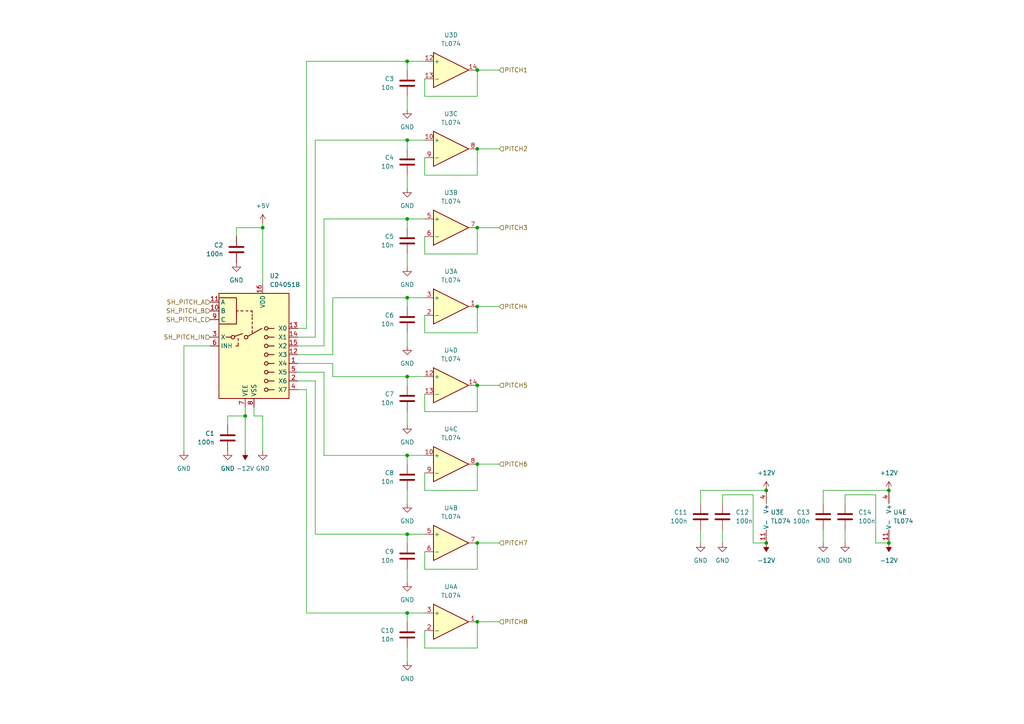
<source format=kicad_sch>
(kicad_sch (version 20230121) (generator eeschema)
  (paper "A4")
  (title_block (title "Polykit-X8 Mainboard") (date "2024-01-14") (rev "v0.0.2") (company "Jan Knipper") (comment 1 "github.com/polykit"))
  (lib_symbols
    (symbol "Amplifier_Operational:TL074" (pin_names (offset 0.127))
      (property "Reference" "U" (at 0 5.08 0))
      (property "Value" "TL074" (at 0 -5.08 0))
      (symbol "TL074_1_1"
        (polyline (pts (xy -5.08 5.08) (xy 5.08 0) (xy -5.08 -5.08) (xy -5.08 5.08)) (stroke (width 0.254)) (fill (type background)))
        (pin output line (at 7.62 0 180) (length 2.54) (name "~") (number "1"))
        (pin input line (at -7.62 -2.54 0) (length 2.54) (name "-") (number "2"))
        (pin input line (at -7.62 2.54 0) (length 2.54) (name "+") (number "3"))
      )
      (symbol "TL074_2_1"
        (polyline (pts (xy -5.08 5.08) (xy 5.08 0) (xy -5.08 -5.08) (xy -5.08 5.08)) (stroke (width 0.254)) (fill (type background)))
        (pin input line (at -7.62 2.54 0) (length 2.54) (name "+") (number "5"))
        (pin input line (at -7.62 -2.54 0) (length 2.54) (name "-") (number "6"))
        (pin output line (at 7.62 0 180) (length 2.54) (name "~") (number "7"))
      )
      (symbol "TL074_3_1"
        (polyline (pts (xy -5.08 5.08) (xy 5.08 0) (xy -5.08 -5.08) (xy -5.08 5.08)) (stroke (width 0.254)) (fill (type background)))
        (pin input line (at -7.62 2.54 0) (length 2.54) (name "+") (number "10"))
        (pin output line (at 7.62 0 180) (length 2.54) (name "~") (number "8"))
        (pin input line (at -7.62 -2.54 0) (length 2.54) (name "-") (number "9"))
      )
      (symbol "TL074_4_1"
        (polyline (pts (xy -5.08 5.08) (xy 5.08 0) (xy -5.08 -5.08) (xy -5.08 5.08)) (stroke (width 0.254)) (fill (type background)))
        (pin input line (at -7.62 2.54 0) (length 2.54) (name "+") (number "12"))
        (pin input line (at -7.62 -2.54 0) (length 2.54) (name "-") (number "13"))
        (pin output line (at 7.62 0 180) (length 2.54) (name "~") (number "14"))
      )
      (symbol "TL074_5_1"
        (pin power_in line (at -2.54 -7.62 90) (length 3.81) (name "V-") (number "11"))
        (pin power_in line (at -2.54 7.62 270) (length 3.81) (name "V+") (number "4"))
      )
    )
    (symbol "Analog_Switch:CD4051B"
      (property "Reference" "U" (at -10.16 16.51 0))
      (property "Value" "CD4051B" (at 3.81 16.51 0))
      (symbol "CD4051B_0_1"
        (rectangle (start -10.16 6.35) (end -5.08 13.97) (stroke (width 0.254)))
        (rectangle (start -10.16 15.24) (end 10.16 -15.24) (stroke (width 0.254)) (fill (type background)))
        (circle (center -6.096 2.54) (radius 0.508) (stroke (width 0.254)))
        (circle (center -2.286 2.54) (radius 0.508) (stroke (width 0.254)))
        (polyline (pts (xy -8.128 2.54) (xy -6.604 2.54)) (stroke (width 0.254)))
        (polyline (pts (xy -5.588 2.794) (xy -3.302 3.556)) (stroke (width 0.254)))
        (polyline (pts (xy -4.572 0) (xy -5.207 0)) (stroke (width 0.254)))
        (polyline (pts (xy -4.572 0.254) (xy -4.572 0.889)) (stroke (width 0.254)))
        (polyline (pts (xy -4.572 1.524) (xy -4.572 2.159)) (stroke (width 0.254)))
        (polyline (pts (xy -4.572 10.16) (xy -5.08 10.16)) (stroke (width 0.254)))
        (polyline (pts (xy -3.81 10.16) (xy -3.175 10.16)) (stroke (width 0.254)))
        (polyline (pts (xy -1.778 2.794) (xy 2.286 5.08)) (stroke (width 0.254)))
        (polyline (pts (xy -1.778 10.16) (xy -2.286 10.16)) (stroke (width 0.254)))
        (polyline (pts (xy -0.508 3.81) (xy -0.508 4.445)) (stroke (width 0.254)))
        (polyline (pts (xy -0.508 5.08) (xy -0.508 5.715)) (stroke (width 0.254)))
        (polyline (pts (xy -0.508 6.35) (xy -0.508 6.985)) (stroke (width 0.254)))
        (polyline (pts (xy -0.508 7.62) (xy -0.508 8.255)) (stroke (width 0.254)))
        (polyline (pts (xy -0.508 8.636) (xy -0.508 9.144)) (stroke (width 0.254)))
        (polyline (pts (xy -0.508 9.652) (xy -0.508 10.16)) (stroke (width 0.254)))
        (polyline (pts (xy -0.508 10.16) (xy -1.016 10.16)) (stroke (width 0.254)))
        (polyline (pts (xy 4.064 -12.7) (xy 5.842 -12.7)) (stroke (width 0.254)))
        (polyline (pts (xy 4.064 -10.16) (xy 5.842 -10.16)) (stroke (width 0.254)))
        (polyline (pts (xy 4.064 -7.62) (xy 5.842 -7.62)) (stroke (width 0.254)))
        (polyline (pts (xy 4.064 -5.08) (xy 5.842 -5.08)) (stroke (width 0.254)))
        (polyline (pts (xy 4.064 -2.54) (xy 5.842 -2.54)) (stroke (width 0.254)))
        (polyline (pts (xy 4.064 0) (xy 5.842 0)) (stroke (width 0.254)))
        (polyline (pts (xy 4.064 2.54) (xy 5.842 2.54)) (stroke (width 0.254)))
        (polyline (pts (xy 4.064 5.08) (xy 5.842 5.08)) (stroke (width 0.254)))
        (circle (center 3.556 -12.7) (radius 0.508) (stroke (width 0.254)))
        (circle (center 3.556 -10.16) (radius 0.508) (stroke (width 0.254)))
        (circle (center 3.556 -7.62) (radius 0.508) (stroke (width 0.254)))
        (circle (center 3.556 -5.08) (radius 0.508) (stroke (width 0.254)))
        (circle (center 3.556 -2.54) (radius 0.508) (stroke (width 0.254)))
        (circle (center 3.556 0) (radius 0.508) (stroke (width 0.254)))
        (circle (center 3.556 2.54) (radius 0.508) (stroke (width 0.254)))
        (circle (center 3.556 5.08) (radius 0.508) (stroke (width 0.254)))
      )
      (symbol "CD4051B_1_1"
        (pin bidirectional line (at 12.7 -5.08 180) (length 2.54) (name "X4") (number "1"))
        (pin input line (at -12.7 10.16 0) (length 2.54) (name "B") (number "10"))
        (pin input line (at -12.7 12.7 0) (length 2.54) (name "A") (number "11"))
        (pin bidirectional line (at 12.7 -2.54 180) (length 2.54) (name "X3") (number "12"))
        (pin bidirectional line (at 12.7 5.08 180) (length 2.54) (name "X0") (number "13"))
        (pin bidirectional line (at 12.7 2.54 180) (length 2.54) (name "X1") (number "14"))
        (pin bidirectional line (at 12.7 0 180) (length 2.54) (name "X2") (number "15"))
        (pin power_in line (at 2.54 17.78 270) (length 2.54) (name "VDD") (number "16"))
        (pin bidirectional line (at 12.7 -10.16 180) (length 2.54) (name "X6") (number "2"))
        (pin bidirectional line (at -12.7 2.54 0) (length 2.54) (name "X") (number "3"))
        (pin bidirectional line (at 12.7 -12.7 180) (length 2.54) (name "X7") (number "4"))
        (pin bidirectional line (at 12.7 -7.62 180) (length 2.54) (name "X5") (number "5"))
        (pin input line (at -12.7 0 0) (length 2.54) (name "INH") (number "6"))
        (pin power_in line (at -2.54 -17.78 90) (length 2.54) (name "VEE") (number "7"))
        (pin power_in line (at 0 -17.78 90) (length 2.54) (name "VSS") (number "8"))
        (pin input line (at -12.7 7.62 0) (length 2.54) (name "C") (number "9"))
      )
    )
    (symbol "Device:C" (pin_numbers hide) (pin_names (offset 0.254))
      (property "Reference" "C" (at 0.635 2.54 0))
      (property "Value" "C" (at 0.635 -2.54 0))
      (symbol "C_0_1"
        (polyline (pts (xy -2.032 -0.762) (xy 2.032 -0.762)) (stroke (width 0.508)))
        (polyline (pts (xy -2.032 0.762) (xy 2.032 0.762)) (stroke (width 0.508)))
      )
      (symbol "C_1_1"
        (pin passive line (at 0 3.81 270) (length 2.794) (name "~") (number "1"))
        (pin passive line (at 0 -3.81 90) (length 2.794) (name "~") (number "2"))
      )
    )
    (symbol "power:+12V" (power) (pin_names (offset 0))
      (property "Value" "+12V" (at 0 3.556 0))
      (symbol "+12V_0_1"
        (polyline (pts (xy -0.762 1.27) (xy 0 2.54)))
        (polyline (pts (xy 0 0) (xy 0 2.54)))
        (polyline (pts (xy 0 2.54) (xy 0.762 1.27)))
      )
      (symbol "+12V_1_1"
        (pin power_in line (at 0 0 90) (length 0) hide (name "+12V") (number "1"))
      )
    )
    (symbol "power:+5V" (power) (pin_names (offset 0))
      (property "Value" "+5V" (at 0 3.556 0))
      (symbol "+5V_0_1"
        (polyline (pts (xy -0.762 1.27) (xy 0 2.54)))
        (polyline (pts (xy 0 0) (xy 0 2.54)))
        (polyline (pts (xy 0 2.54) (xy 0.762 1.27)))
      )
      (symbol "+5V_1_1"
        (pin power_in line (at 0 0 90) (length 0) hide (name "+5V") (number "1"))
      )
    )
    (symbol "power:-12V" (power) (pin_names (offset 0))
      (property "Value" "-12V" (at 0 3.81 0))
      (symbol "-12V_0_0"
        (pin power_in line (at 0 0 90) (length 0) hide (name "-12V") (number "1"))
      )
      (symbol "-12V_0_1"
        (polyline (pts (xy 0 0) (xy 0 1.27) (xy 0.762 1.27) (xy 0 2.54) (xy -0.762 1.27) (xy 0 1.27)) (fill (type outline)))
      )
    )
    (symbol "power:GND" (power) (pin_names (offset 0))
      (property "Value" "GND" (at 0 -3.81 0))
      (symbol "GND_0_1"
        (polyline (pts (xy 0 0) (xy 0 -1.27) (xy 1.27 -1.27) (xy 0 -2.54) (xy -1.27 -1.27) (xy 0 -1.27)))
      )
      (symbol "GND_1_1"
        (pin power_in line (at 0 0 270) (length 0) hide (name "GND") (number "1"))
      )
    )
  )
  (junction (at 71.12 120.65))
  (junction (at 138.43 134.62))
  (junction (at 257.81 157.48))
  (junction (at 138.43 88.9))
  (junction (at 138.43 180.34))
  (junction (at 138.43 20.32))
  (junction (at 222.25 142.24))
  (junction (at 118.11 63.5))
  (junction (at 138.43 111.76))
  (junction (at 118.11 132.08))
  (junction (at 138.43 43.18))
  (junction (at 222.25 157.48))
  (junction (at 138.43 66.04))
  (junction (at 118.11 177.8))
  (junction (at 118.11 17.78))
  (junction (at 76.2 66.04))
  (junction (at 257.81 142.24))
  (junction (at 118.11 154.94))
  (junction (at 118.11 40.64))
  (junction (at 118.11 86.36))
  (junction (at 138.43 157.48))
  (junction (at 118.11 109.22))
  (wire (pts (xy 118.11 73.66) (xy 118.11 77.47)))
  (wire (pts (xy 86.36 100.33) (xy 93.98 100.33)))
  (wire (pts (xy 91.44 40.64) (xy 118.11 40.64)))
  (wire (pts (xy 68.58 66.04) (xy 68.58 68.58)))
  (wire (pts (xy 123.19 142.24) (xy 138.43 142.24)))
  (wire (pts (xy 91.44 97.79) (xy 91.44 40.64)))
  (wire (pts (xy 53.34 100.33) (xy 53.34 130.81)))
  (wire (pts (xy 203.2 153.67) (xy 203.2 157.48)))
  (wire (pts (xy 118.11 177.8) (xy 118.11 180.34)))
  (wire (pts (xy 254 157.48) (xy 254 143.51)))
  (wire (pts (xy 238.76 153.67) (xy 238.76 157.48)))
  (wire (pts (xy 138.43 88.9) (xy 144.78 88.9)))
  (wire (pts (xy 76.2 64.77) (xy 76.2 66.04)))
  (wire (pts (xy 254 157.48) (xy 257.81 157.48)))
  (wire (pts (xy 138.43 119.38) (xy 138.43 111.76)))
  (wire (pts (xy 86.36 105.41) (xy 96.52 105.41)))
  (wire (pts (xy 118.11 165.1) (xy 118.11 168.91)))
  (wire (pts (xy 123.19 17.78) (xy 118.11 17.78)))
  (wire (pts (xy 123.19 63.5) (xy 118.11 63.5)))
  (wire (pts (xy 138.43 50.8) (xy 138.43 43.18)))
  (wire (pts (xy 123.19 154.94) (xy 118.11 154.94)))
  (wire (pts (xy 88.9 95.25) (xy 86.36 95.25)))
  (wire (pts (xy 96.52 86.36) (xy 118.11 86.36)))
  (wire (pts (xy 118.11 119.38) (xy 118.11 123.19)))
  (wire (pts (xy 93.98 63.5) (xy 118.11 63.5)))
  (wire (pts (xy 76.2 66.04) (xy 68.58 66.04)))
  (wire (pts (xy 209.55 143.51) (xy 218.44 143.51)))
  (wire (pts (xy 123.19 73.66) (xy 138.43 73.66)))
  (wire (pts (xy 118.11 50.8) (xy 118.11 54.61)))
  (wire (pts (xy 86.36 113.03) (xy 88.9 113.03)))
  (wire (pts (xy 123.19 86.36) (xy 118.11 86.36)))
  (wire (pts (xy 76.2 66.04) (xy 76.2 82.55)))
  (wire (pts (xy 118.11 27.94) (xy 118.11 31.75)))
  (wire (pts (xy 123.19 45.72) (xy 123.19 50.8)))
  (wire (pts (xy 123.19 114.3) (xy 123.19 119.38)))
  (wire (pts (xy 138.43 157.48) (xy 144.78 157.48)))
  (wire (pts (xy 138.43 187.96) (xy 138.43 180.34)))
  (wire (pts (xy 86.36 107.95) (xy 93.98 107.95)))
  (wire (pts (xy 60.96 100.33) (xy 53.34 100.33)))
  (wire (pts (xy 118.11 86.36) (xy 118.11 88.9)))
  (wire (pts (xy 138.43 180.34) (xy 144.78 180.34)))
  (wire (pts (xy 123.19 96.52) (xy 138.43 96.52)))
  (wire (pts (xy 96.52 109.22) (xy 118.11 109.22)))
  (wire (pts (xy 209.55 143.51) (xy 209.55 146.05)))
  (wire (pts (xy 123.19 165.1) (xy 138.43 165.1)))
  (wire (pts (xy 123.19 119.38) (xy 138.43 119.38)))
  (wire (pts (xy 123.19 109.22) (xy 118.11 109.22)))
  (wire (pts (xy 203.2 142.24) (xy 203.2 146.05)))
  (wire (pts (xy 257.81 142.24) (xy 238.76 142.24)))
  (wire (pts (xy 123.19 160.02) (xy 123.19 165.1)))
  (wire (pts (xy 93.98 100.33) (xy 93.98 63.5)))
  (wire (pts (xy 88.9 17.78) (xy 88.9 95.25)))
  (wire (pts (xy 138.43 20.32) (xy 144.78 20.32)))
  (wire (pts (xy 123.19 91.44) (xy 123.19 96.52)))
  (wire (pts (xy 76.2 120.65) (xy 76.2 130.81)))
  (wire (pts (xy 118.11 17.78) (xy 88.9 17.78)))
  (wire (pts (xy 123.19 68.58) (xy 123.19 73.66)))
  (wire (pts (xy 123.19 182.88) (xy 123.19 187.96)))
  (wire (pts (xy 245.11 143.51) (xy 254 143.51)))
  (wire (pts (xy 123.19 40.64) (xy 118.11 40.64)))
  (wire (pts (xy 91.44 154.94) (xy 118.11 154.94)))
  (wire (pts (xy 118.11 17.78) (xy 118.11 20.32)))
  (wire (pts (xy 138.43 43.18) (xy 144.78 43.18)))
  (wire (pts (xy 93.98 132.08) (xy 118.11 132.08)))
  (wire (pts (xy 71.12 120.65) (xy 71.12 130.81)))
  (wire (pts (xy 138.43 96.52) (xy 138.43 88.9)))
  (wire (pts (xy 138.43 134.62) (xy 144.78 134.62)))
  (wire (pts (xy 86.36 102.87) (xy 96.52 102.87)))
  (wire (pts (xy 123.19 27.94) (xy 138.43 27.94)))
  (wire (pts (xy 118.11 132.08) (xy 118.11 134.62)))
  (wire (pts (xy 123.19 50.8) (xy 138.43 50.8)))
  (wire (pts (xy 88.9 177.8) (xy 118.11 177.8)))
  (wire (pts (xy 118.11 187.96) (xy 118.11 191.77)))
  (wire (pts (xy 218.44 157.48) (xy 222.25 157.48)))
  (wire (pts (xy 96.52 105.41) (xy 96.52 109.22)))
  (wire (pts (xy 96.52 102.87) (xy 96.52 86.36)))
  (wire (pts (xy 138.43 73.66) (xy 138.43 66.04)))
  (wire (pts (xy 245.11 143.51) (xy 245.11 146.05)))
  (wire (pts (xy 71.12 118.11) (xy 71.12 120.65)))
  (wire (pts (xy 71.12 120.65) (xy 66.04 120.65)))
  (wire (pts (xy 118.11 109.22) (xy 118.11 111.76)))
  (wire (pts (xy 91.44 110.49) (xy 91.44 154.94)))
  (wire (pts (xy 123.19 132.08) (xy 118.11 132.08)))
  (wire (pts (xy 138.43 142.24) (xy 138.43 134.62)))
  (wire (pts (xy 123.19 137.16) (xy 123.19 142.24)))
  (wire (pts (xy 238.76 142.24) (xy 238.76 146.05)))
  (wire (pts (xy 209.55 153.67) (xy 209.55 157.48)))
  (wire (pts (xy 118.11 96.52) (xy 118.11 100.33)))
  (wire (pts (xy 93.98 107.95) (xy 93.98 132.08)))
  (wire (pts (xy 245.11 153.67) (xy 245.11 157.48)))
  (wire (pts (xy 73.66 118.11) (xy 73.66 120.65)))
  (wire (pts (xy 123.19 187.96) (xy 138.43 187.96)))
  (wire (pts (xy 222.25 142.24) (xy 203.2 142.24)))
  (wire (pts (xy 86.36 110.49) (xy 91.44 110.49)))
  (wire (pts (xy 138.43 27.94) (xy 138.43 20.32)))
  (wire (pts (xy 88.9 113.03) (xy 88.9 177.8)))
  (wire (pts (xy 86.36 97.79) (xy 91.44 97.79)))
  (wire (pts (xy 138.43 165.1) (xy 138.43 157.48)))
  (wire (pts (xy 118.11 40.64) (xy 118.11 43.18)))
  (wire (pts (xy 123.19 22.86) (xy 123.19 27.94)))
  (wire (pts (xy 123.19 177.8) (xy 118.11 177.8)))
  (wire (pts (xy 118.11 154.94) (xy 118.11 157.48)))
  (wire (pts (xy 218.44 157.48) (xy 218.44 143.51)))
  (wire (pts (xy 118.11 63.5) (xy 118.11 66.04)))
  (wire (pts (xy 73.66 120.65) (xy 76.2 120.65)))
  (wire (pts (xy 138.43 111.76) (xy 144.78 111.76)))
  (wire (pts (xy 138.43 66.04) (xy 144.78 66.04)))
  (wire (pts (xy 66.04 120.65) (xy 66.04 123.19)))
  (wire (pts (xy 118.11 142.24) (xy 118.11 146.05)))
  (hierarchical_label "PITCH4" (shape input) (at 144.78 88.9 0))
  (hierarchical_label "PITCH5" (shape input) (at 144.78 111.76 0))
  (hierarchical_label "PITCH7" (shape input) (at 144.78 157.48 0))
  (hierarchical_label "SH_PITCH_A" (shape input) (at 60.96 87.63 180))
  (hierarchical_label "SH_PITCH_C" (shape input) (at 60.96 92.71 180))
  (hierarchical_label "PITCH1" (shape input) (at 144.78 20.32 0))
  (hierarchical_label "PITCH8" (shape input) (at 144.78 180.34 0))
  (hierarchical_label "SH_PITCH_IN" (shape input) (at 60.96 97.79 180))
  (hierarchical_label "PITCH2" (shape input) (at 144.78 43.18 0))
  (hierarchical_label "SH_PITCH_B" (shape input) (at 60.96 90.17 180))
  (hierarchical_label "PITCH6" (shape input) (at 144.78 134.62 0))
  (hierarchical_label "PITCH3" (shape input) (at 144.78 66.04 0))
  (symbol (lib_id "power:GND") (at 209.55 157.48 0) (unit 1)
    (property "Reference" "#PWR024" (effects hide))
    (property "Value" "GND" (at 209.55 162.56 0))
  )
  (symbol (lib_id "power:+5V") (at 76.2 64.77 0) (unit 1)
    (property "Reference" "#PWR013" (effects hide))
    (property "Value" "+5V" (at 76.2 59.69 0))
  )
  (symbol (lib_id "Device:C") (at 118.11 24.13 0) (unit 1)
    (property "Reference" "C3" (at 114.3 22.8599 0) (effects (justify right)))
    (property "Value" "10n" (at 114.3 25.3999 0) (effects (justify right)))
    (property "Footprint" "Capacitor_SMD:C_1206_3216Metric_Pad1.33x1.80mm_HandSolder" (effects hide))
  )
  (symbol (lib_id "Amplifier_Operational:TL074") (at 224.79 149.86 0) (unit 5)
    (property "Reference" "U3" (at 223.52 148.5899 0) (effects (justify left)))
    (property "Value" "TL074" (at 223.52 151.1299 0) (effects (justify left)))
    (property "Footprint" "Package_SO:SO-14_3.9x8.65mm_P1.27mm" (effects hide))
    (property "Datasheet" "http://www.ti.com/lit/ds/symlink/tl071.pdf" (effects hide))
  )
  (symbol (lib_id "Device:C") (at 118.11 69.85 0) (unit 1)
    (property "Reference" "C5" (at 114.3 68.5799 0) (effects (justify right)))
    (property "Value" "10n" (at 114.3 71.1199 0) (effects (justify right)))
    (property "Footprint" "Capacitor_SMD:C_1206_3216Metric_Pad1.33x1.80mm_HandSolder" (effects hide))
  )
  (symbol (lib_id "Amplifier_Operational:TL074") (at 130.81 66.04 0) (unit 2)
    (property "Reference" "U3" (at 130.81 55.88 0))
    (property "Value" "TL074" (at 130.81 58.42 0))
    (property "Footprint" "Package_SO:SO-14_3.9x8.65mm_P1.27mm" (effects hide))
    (property "Datasheet" "http://www.ti.com/lit/ds/symlink/tl071.pdf" (effects hide))
  )
  (symbol (lib_id "power:-12V") (at 257.81 157.48 180) (unit 1)
    (property "Reference" "#PWR030" (effects hide))
    (property "Value" "-12V" (at 257.81 162.56 0))
  )
  (symbol (lib_id "power:GND") (at 53.34 130.81 0) (unit 1)
    (property "Reference" "#PWR0216" (effects hide))
    (property "Value" "GND" (at 53.34 135.89 0))
  )
  (symbol (lib_id "power:GND") (at 238.76 157.48 0) (unit 1)
    (property "Reference" "#PWR027" (effects hide))
    (property "Value" "GND" (at 238.76 162.56 0))
  )
  (symbol (lib_id "power:-12V") (at 71.12 130.81 180) (unit 1)
    (property "Reference" "#PWR012" (effects hide))
    (property "Value" "-12V" (at 71.12 135.89 0))
  )
  (symbol (lib_id "Amplifier_Operational:TL074") (at 260.35 149.86 0) (unit 5)
    (property "Reference" "U4" (at 259.08 148.5899 0) (effects (justify left)))
    (property "Value" "TL074" (at 259.08 151.1299 0) (effects (justify left)))
    (property "Footprint" "Package_SO:SO-14_3.9x8.65mm_P1.27mm" (effects hide))
    (property "Datasheet" "http://www.ti.com/lit/ds/symlink/tl071.pdf" (effects hide))
  )
  (symbol (lib_id "power:+12V") (at 257.81 142.24 0) (unit 1)
    (property "Reference" "#PWR029" (effects hide))
    (property "Value" "+12V" (at 257.81 137.16 0))
  )
  (symbol (lib_id "power:+12V") (at 222.25 142.24 0) (unit 1)
    (property "Reference" "#PWR025" (effects hide))
    (property "Value" "+12V" (at 222.25 137.16 0))
  )
  (symbol (lib_id "power:GND") (at 118.11 123.19 0) (unit 1)
    (property "Reference" "#PWR019" (effects hide))
    (property "Value" "GND" (at 118.11 128.27 0))
  )
  (symbol (lib_id "power:GND") (at 118.11 31.75 0) (unit 1)
    (property "Reference" "#PWR015" (effects hide))
    (property "Value" "GND" (at 118.11 36.83 0))
  )
  (symbol (lib_id "Device:C") (at 118.11 46.99 0) (unit 1)
    (property "Reference" "C4" (at 114.3 45.7199 0) (effects (justify right)))
    (property "Value" "10n" (at 114.3 48.2599 0) (effects (justify right)))
    (property "Footprint" "Capacitor_SMD:C_1206_3216Metric_Pad1.33x1.80mm_HandSolder" (effects hide))
  )
  (symbol (lib_id "power:-12V") (at 222.25 157.48 180) (unit 1)
    (property "Reference" "#PWR026" (effects hide))
    (property "Value" "-12V" (at 222.25 162.56 0))
  )
  (symbol (lib_id "Device:C") (at 118.11 184.15 0) (unit 1)
    (property "Reference" "C10" (at 114.3 182.8799 0) (effects (justify right)))
    (property "Value" "10n" (at 114.3 185.4199 0) (effects (justify right)))
    (property "Footprint" "Capacitor_SMD:C_1206_3216Metric_Pad1.33x1.80mm_HandSolder" (effects hide))
  )
  (symbol (lib_id "power:GND") (at 118.11 77.47 0) (unit 1)
    (property "Reference" "#PWR017" (effects hide))
    (property "Value" "GND" (at 118.11 82.55 0))
  )
  (symbol (lib_id "power:GND") (at 203.2 157.48 0) (unit 1)
    (property "Reference" "#PWR023" (effects hide))
    (property "Value" "GND" (at 203.2 162.56 0))
  )
  (symbol (lib_id "Device:C") (at 118.11 92.71 0) (unit 1)
    (property "Reference" "C6" (at 114.3 91.4399 0) (effects (justify right)))
    (property "Value" "10n" (at 114.3 93.9799 0) (effects (justify right)))
    (property "Footprint" "Capacitor_SMD:C_1206_3216Metric_Pad1.33x1.80mm_HandSolder" (effects hide))
  )
  (symbol (lib_id "power:GND") (at 118.11 146.05 0) (unit 1)
    (property "Reference" "#PWR020" (effects hide))
    (property "Value" "GND" (at 118.11 151.13 0))
  )
  (symbol (lib_id "Device:C") (at 118.11 138.43 0) (unit 1)
    (property "Reference" "C8" (at 114.3 137.1599 0) (effects (justify right)))
    (property "Value" "10n" (at 114.3 139.6999 0) (effects (justify right)))
    (property "Footprint" "Capacitor_SMD:C_1206_3216Metric_Pad1.33x1.80mm_HandSolder" (effects hide))
  )
  (symbol (lib_id "power:GND") (at 76.2 130.81 0) (unit 1)
    (property "Reference" "#PWR014" (effects hide))
    (property "Value" "GND" (at 76.2 135.89 0))
  )
  (symbol (lib_id "Device:C") (at 203.2 149.86 0) (unit 1)
    (property "Reference" "C11" (at 199.39 148.5899 0) (effects (justify right)))
    (property "Value" "100n" (at 199.39 151.1299 0) (effects (justify right)))
    (property "Footprint" "Capacitor_SMD:C_1206_3216Metric_Pad1.33x1.80mm_HandSolder" (effects hide))
  )
  (symbol (lib_id "Device:C") (at 238.76 149.86 0) (unit 1)
    (property "Reference" "C13" (at 234.95 148.5899 0) (effects (justify right)))
    (property "Value" "100n" (at 234.95 151.1299 0) (effects (justify right)))
    (property "Footprint" "Capacitor_SMD:C_1206_3216Metric_Pad1.33x1.80mm_HandSolder" (effects hide))
  )
  (symbol (lib_id "power:GND") (at 118.11 191.77 0) (unit 1)
    (property "Reference" "#PWR022" (effects hide))
    (property "Value" "GND" (at 118.11 196.85 0))
  )
  (symbol (lib_id "power:GND") (at 68.58 76.2 0) (unit 1)
    (property "Reference" "#PWR011" (effects hide))
    (property "Value" "GND" (at 68.58 81.28 0))
  )
  (symbol (lib_id "Amplifier_Operational:TL074") (at 130.81 180.34 0) (unit 1)
    (property "Reference" "U4" (at 130.81 170.18 0))
    (property "Value" "TL074" (at 130.81 172.72 0))
    (property "Footprint" "Package_SO:SO-14_3.9x8.65mm_P1.27mm" (effects hide))
    (property "Datasheet" "http://www.ti.com/lit/ds/symlink/tl071.pdf" (effects hide))
  )
  (symbol (lib_id "Amplifier_Operational:TL074") (at 130.81 157.48 0) (unit 2)
    (property "Reference" "U4" (at 130.81 147.32 0))
    (property "Value" "TL074" (at 130.81 149.86 0))
    (property "Footprint" "Package_SO:SO-14_3.9x8.65mm_P1.27mm" (effects hide))
    (property "Datasheet" "http://www.ti.com/lit/ds/symlink/tl071.pdf" (effects hide))
  )
  (symbol (lib_id "Device:C") (at 118.11 115.57 0) (unit 1)
    (property "Reference" "C7" (at 114.3 114.2999 0) (effects (justify right)))
    (property "Value" "10n" (at 114.3 116.8399 0) (effects (justify right)))
    (property "Footprint" "Capacitor_SMD:C_1206_3216Metric_Pad1.33x1.80mm_HandSolder" (effects hide))
  )
  (symbol (lib_id "Amplifier_Operational:TL074") (at 130.81 20.32 0) (unit 4)
    (property "Reference" "U3" (at 130.81 10.16 0))
    (property "Value" "TL074" (at 130.81 12.7 0))
    (property "Footprint" "Package_SO:SO-14_3.9x8.65mm_P1.27mm" (effects hide))
    (property "Datasheet" "http://www.ti.com/lit/ds/symlink/tl071.pdf" (effects hide))
  )
  (symbol (lib_id "power:GND") (at 118.11 54.61 0) (unit 1)
    (property "Reference" "#PWR016" (effects hide))
    (property "Value" "GND" (at 118.11 59.69 0))
  )
  (symbol (lib_id "Amplifier_Operational:TL074") (at 130.81 88.9 0) (unit 1)
    (property "Reference" "U3" (at 130.81 78.74 0))
    (property "Value" "TL074" (at 130.81 81.28 0))
    (property "Footprint" "Package_SO:SO-14_3.9x8.65mm_P1.27mm" (effects hide))
    (property "Datasheet" "http://www.ti.com/lit/ds/symlink/tl071.pdf" (effects hide))
  )
  (symbol (lib_id "Device:C") (at 68.58 72.39 0) (unit 1)
    (property "Reference" "C2" (at 64.77 71.1199 0) (effects (justify right)))
    (property "Value" "100n" (at 64.77 73.6599 0) (effects (justify right)))
    (property "Footprint" "Capacitor_SMD:C_1206_3216Metric_Pad1.33x1.80mm_HandSolder" (effects hide))
  )
  (symbol (lib_id "Device:C") (at 209.55 149.86 0) (unit 1)
    (property "Reference" "C12" (at 213.36 148.5899 0) (effects (justify left)))
    (property "Value" "100n" (at 213.36 151.1299 0) (effects (justify left)))
    (property "Footprint" "Capacitor_SMD:C_1206_3216Metric_Pad1.33x1.80mm_HandSolder" (effects hide))
  )
  (symbol (lib_id "Device:C") (at 118.11 161.29 0) (unit 1)
    (property "Reference" "C9" (at 114.3 160.0199 0) (effects (justify right)))
    (property "Value" "10n" (at 114.3 162.5599 0) (effects (justify right)))
    (property "Footprint" "Capacitor_SMD:C_1206_3216Metric_Pad1.33x1.80mm_HandSolder" (effects hide))
  )
  (symbol (lib_id "Analog_Switch:CD4051B") (at 73.66 100.33 0) (unit 1)
    (property "Reference" "U2" (at 78.2194 80.01 0) (effects (justify left)))
    (property "Value" "CD4051B" (at 78.2194 82.55 0) (effects (justify left)))
    (property "Footprint" "Package_SO:SO-16_5.3x10.2mm_P1.27mm" (effects hide))
    (property "Datasheet" "http://www.ti.com/lit/ds/symlink/cd4052b.pdf" (effects hide))
  )
  (symbol (lib_id "power:GND") (at 245.11 157.48 0) (unit 1)
    (property "Reference" "#PWR028" (effects hide))
    (property "Value" "GND" (at 245.11 162.56 0))
  )
  (symbol (lib_id "Device:C") (at 245.11 149.86 0) (unit 1)
    (property "Reference" "C14" (at 248.92 148.5899 0) (effects (justify left)))
    (property "Value" "100n" (at 248.92 151.1299 0) (effects (justify left)))
    (property "Footprint" "Capacitor_SMD:C_1206_3216Metric_Pad1.33x1.80mm_HandSolder" (effects hide))
  )
  (symbol (lib_id "power:GND") (at 118.11 100.33 0) (unit 1)
    (property "Reference" "#PWR018" (effects hide))
    (property "Value" "GND" (at 118.11 105.41 0))
  )
  (symbol (lib_id "Device:C") (at 66.04 127 0) (unit 1)
    (property "Reference" "C1" (at 62.23 125.7299 0) (effects (justify right)))
    (property "Value" "100n" (at 62.23 128.2699 0) (effects (justify right)))
    (property "Footprint" "Capacitor_SMD:C_1206_3216Metric_Pad1.33x1.80mm_HandSolder" (effects hide))
  )
  (symbol (lib_id "Amplifier_Operational:TL074") (at 130.81 43.18 0) (unit 3)
    (property "Reference" "U3" (at 130.81 33.02 0))
    (property "Value" "TL074" (at 130.81 35.56 0))
    (property "Footprint" "Package_SO:SO-14_3.9x8.65mm_P1.27mm" (effects hide))
    (property "Datasheet" "http://www.ti.com/lit/ds/symlink/tl071.pdf" (effects hide))
  )
  (symbol (lib_id "Amplifier_Operational:TL074") (at 130.81 134.62 0) (unit 3)
    (property "Reference" "U4" (at 130.81 124.46 0))
    (property "Value" "TL074" (at 130.81 127 0))
    (property "Footprint" "Package_SO:SO-14_3.9x8.65mm_P1.27mm" (effects hide))
    (property "Datasheet" "http://www.ti.com/lit/ds/symlink/tl071.pdf" (effects hide))
  )
  (symbol (lib_id "power:GND") (at 66.04 130.81 0) (unit 1)
    (property "Reference" "#PWR010" (effects hide))
    (property "Value" "GND" (at 66.04 135.89 0))
  )
  (symbol (lib_id "power:GND") (at 118.11 168.91 0) (unit 1)
    (property "Reference" "#PWR021" (effects hide))
    (property "Value" "GND" (at 118.11 173.99 0))
  )
  (symbol (lib_id "Amplifier_Operational:TL074") (at 130.81 111.76 0) (unit 4)
    (property "Reference" "U4" (at 130.81 101.6 0))
    (property "Value" "TL074" (at 130.81 104.14 0))
    (property "Footprint" "Package_SO:SO-14_3.9x8.65mm_P1.27mm" (effects hide))
    (property "Datasheet" "http://www.ti.com/lit/ds/symlink/tl071.pdf" (effects hide))
  )
)
</source>
